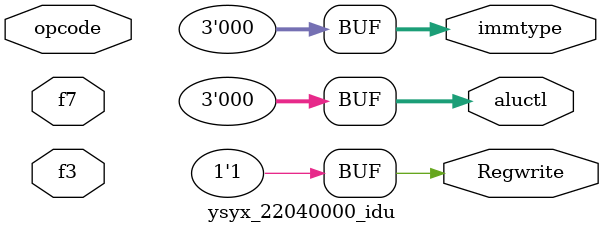
<source format=v>
module ysyx_22040000_idu(
	input [6:0]opcode,
	input [2:0]f3,
	input [6:0]f7,
	output [2:0]aluctl,
	output Regwrite,
	output [2:0]immtype
);

	assign aluctl = 3'b000;
	assign Regwrite = 1;
	assign immtype = 3'b000;

endmodule

</source>
